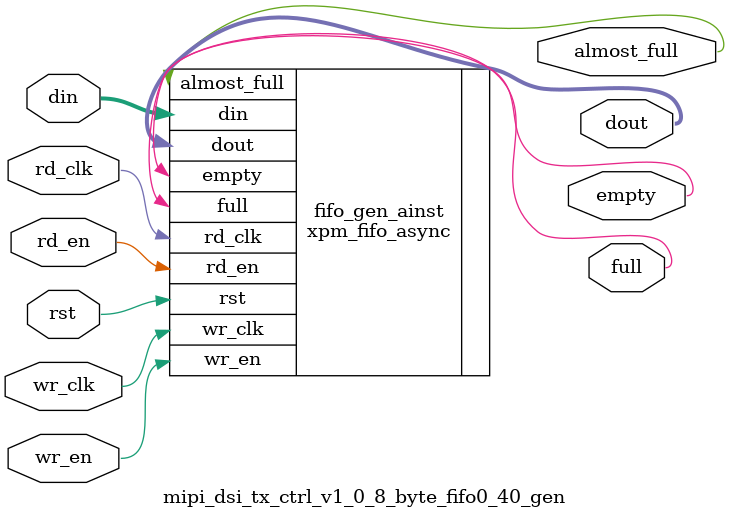
<source format=v>
`timescale 1ns/1ps
module mipi_dsi_tx_ctrl_v1_0_8_byte_fifo0_40_gen (
  input         rst   ,
  input         wr_clk,
  input         rd_clk,
  input [40-1:0]  din   ,
  input         wr_en ,
  input         rd_en ,
  output [40-1:0]  dout   ,
  output        full  ,
  output        almost_full  ,
  output        empty
);
xpm_fifo_async#(
  .FIFO_MEMORY_TYPE("distributed"),
  .FIFO_WRITE_DEPTH(128),
  .READ_DATA_WIDTH( 40),
  .WRITE_DATA_WIDTH( 40),
  .FULL_RESET_VALUE(1),
  .USE_ADV_FEATURES("0008")
 ) fifo_gen_ainst(
   .rst(rst),
   .wr_clk(wr_clk),
   .rd_clk(rd_clk),
   .din(din),
   .wr_en(wr_en),
   .rd_en(rd_en),
   .dout(dout),
   .full(full),
   .almost_full(almost_full),
   .empty(empty)
);
//mipi_dsi_tx_ctrl_v1_0_8_fifo0_40 fifo_gen_ainst (
//.rst    (rst    ),
//.wr_clk (wr_clk ),
//.rd_clk (rd_clk ),
//.din    (din    ),
//.wr_en  (wr_en  ),
//.rd_en  (rd_en  ),
//.dout   (dout   ),
//.full   (full   ),
//.almost_full   (almost_full   ),
//.empty  (empty  ) 
//
//);
endmodule

</source>
